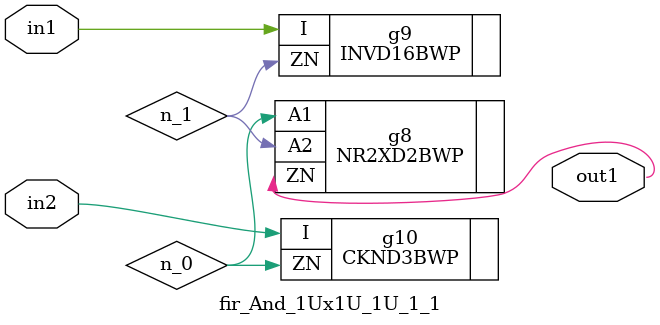
<source format=v>
`timescale 1ps / 1ps


module fir_And_1Ux1U_1U_1_1(in2, in1, out1);
  input in2, in1;
  output out1;
  wire in2, in1;
  wire out1;
  wire n_0, n_1;
  NR2XD2BWP g8(.A1 (n_0), .A2 (n_1), .ZN (out1));
  INVD16BWP g9(.I (in1), .ZN (n_1));
  CKND3BWP g10(.I (in2), .ZN (n_0));
endmodule



</source>
